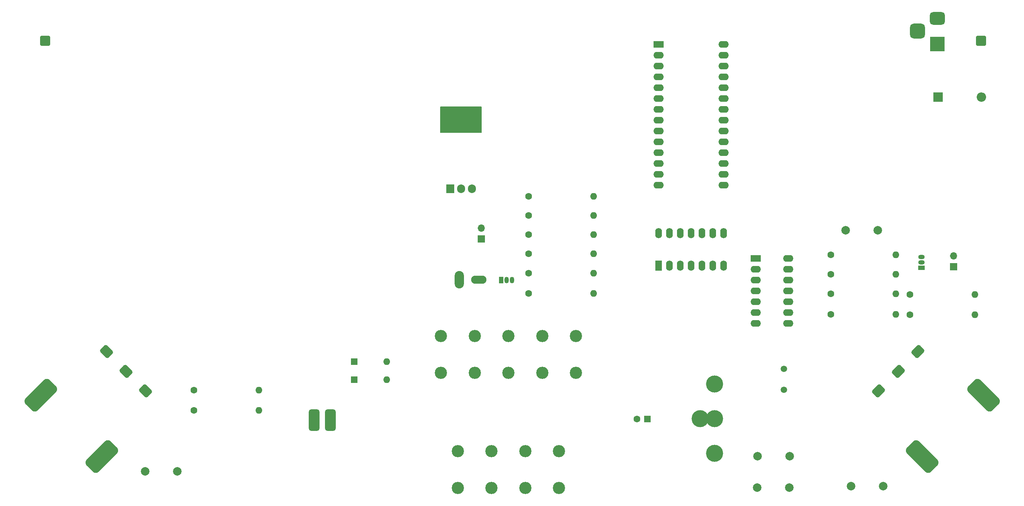
<source format=gbr>
%TF.GenerationSoftware,KiCad,Pcbnew,7.0.10*%
%TF.CreationDate,2024-02-05T13:41:24-05:00*%
%TF.ProjectId,Telstar Alpha,54656c73-7461-4722-9041-6c7068612e6b,0.1*%
%TF.SameCoordinates,Original*%
%TF.FileFunction,Soldermask,Bot*%
%TF.FilePolarity,Negative*%
%FSLAX46Y46*%
G04 Gerber Fmt 4.6, Leading zero omitted, Abs format (unit mm)*
G04 Created by KiCad (PCBNEW 7.0.10) date 2024-02-05 13:41:24*
%MOMM*%
%LPD*%
G01*
G04 APERTURE LIST*
G04 Aperture macros list*
%AMRoundRect*
0 Rectangle with rounded corners*
0 $1 Rounding radius*
0 $2 $3 $4 $5 $6 $7 $8 $9 X,Y pos of 4 corners*
0 Add a 4 corners polygon primitive as box body*
4,1,4,$2,$3,$4,$5,$6,$7,$8,$9,$2,$3,0*
0 Add four circle primitives for the rounded corners*
1,1,$1+$1,$2,$3*
1,1,$1+$1,$4,$5*
1,1,$1+$1,$6,$7*
1,1,$1+$1,$8,$9*
0 Add four rect primitives between the rounded corners*
20,1,$1+$1,$2,$3,$4,$5,0*
20,1,$1+$1,$4,$5,$6,$7,0*
20,1,$1+$1,$6,$7,$8,$9,0*
20,1,$1+$1,$8,$9,$2,$3,0*%
G04 Aperture macros list end*
%ADD10C,0.150000*%
%ADD11RoundRect,0.500000X-0.750000X-2.000000X0.750000X-2.000000X0.750000X2.000000X-0.750000X2.000000X0*%
%ADD12RoundRect,0.562500X-0.176777X-0.972272X0.972272X0.176777X0.176777X0.972272X-0.972272X-0.176777X0*%
%ADD13RoundRect,1.000000X-2.828427X1.414214X1.414214X-2.828427X2.828427X-1.414214X-1.414214X2.828427X0*%
%ADD14RoundRect,0.562500X-0.972272X0.176777X0.176777X-0.972272X0.972272X-0.176777X-0.176777X0.972272X0*%
%ADD15RoundRect,1.000000X1.414214X2.828427X-2.828427X-1.414214X-1.414214X-2.828427X2.828427X1.414214X0*%
%ADD16O,2.154000X4.104000*%
%ADD17O,3.604000X1.904000*%
%ADD18R,2.400000X1.600000*%
%ADD19O,2.400000X1.600000*%
%ADD20C,1.600000*%
%ADD21O,1.600000X1.600000*%
%ADD22RoundRect,0.250001X-0.899999X-0.899999X0.899999X-0.899999X0.899999X0.899999X-0.899999X0.899999X0*%
%ADD23C,2.000000*%
%ADD24R,3.500000X3.500000*%
%ADD25RoundRect,0.750000X-1.000000X0.750000X-1.000000X-0.750000X1.000000X-0.750000X1.000000X0.750000X0*%
%ADD26RoundRect,0.875000X-0.875000X0.875000X-0.875000X-0.875000X0.875000X-0.875000X0.875000X0.875000X0*%
%ADD27C,2.865000*%
%ADD28O,3.500000X3.500000*%
%ADD29R,1.905000X2.000000*%
%ADD30O,1.905000X2.000000*%
%ADD31R,1.600000X2.400000*%
%ADD32O,1.600000X2.400000*%
%ADD33R,2.200000X2.200000*%
%ADD34O,2.200000X2.200000*%
%ADD35R,1.500000X1.050000*%
%ADD36O,1.500000X1.050000*%
%ADD37R,1.600000X1.600000*%
%ADD38R,1.050000X1.500000*%
%ADD39O,1.050000X1.500000*%
%ADD40R,1.700000X1.700000*%
%ADD41O,1.700000X1.700000*%
%ADD42C,4.000000*%
%ADD43C,1.500000*%
G04 APERTURE END LIST*
D10*
X117200000Y-45000000D02*
X126800000Y-45000000D01*
X126800000Y-51000000D01*
X117200000Y-51000000D01*
X117200000Y-45000000D01*
G36*
X117200000Y-45000000D02*
G01*
X126800000Y-45000000D01*
X126800000Y-51000000D01*
X117200000Y-51000000D01*
X117200000Y-45000000D01*
G37*
D11*
%TO.C,SW1*%
X87595000Y-118500000D03*
X91405000Y-118500000D03*
%TD*%
D12*
%TO.C,RV2*%
X219948676Y-111641064D03*
X224544870Y-107044870D03*
X229141064Y-102448676D03*
D13*
X230162834Y-127031243D03*
X244531243Y-112662834D03*
%TD*%
D14*
%TO.C,RV1*%
X38858936Y-102448676D03*
X43455130Y-107044870D03*
X48051324Y-111641064D03*
D15*
X23468757Y-112662834D03*
X37837166Y-127031243D03*
%TD*%
D16*
%TO.C,J5*%
X121650000Y-85544000D03*
D17*
X126150000Y-85544000D03*
%TD*%
D18*
%TO.C,U3*%
X191100000Y-80575000D03*
D19*
X191100000Y-83115000D03*
X191100000Y-85655000D03*
X191100000Y-88195000D03*
X191100000Y-90735000D03*
X191100000Y-93275000D03*
X191100000Y-95815000D03*
X198720000Y-95815000D03*
X198720000Y-93275000D03*
X198720000Y-90735000D03*
X198720000Y-88195000D03*
X198720000Y-85655000D03*
X198720000Y-83115000D03*
X198720000Y-80575000D03*
%TD*%
D20*
%TO.C,R4*%
X208722000Y-93660000D03*
D21*
X223962000Y-93660000D03*
%TD*%
D20*
%TO.C,R3*%
X208722000Y-88834000D03*
D21*
X223962000Y-88834000D03*
%TD*%
D22*
%TO.C,J4*%
X244000000Y-29500000D03*
%TD*%
%TO.C,J3*%
X24500000Y-29500000D03*
%TD*%
D23*
%TO.C,C4*%
X191510000Y-134300000D03*
X199010000Y-134300000D03*
%TD*%
D20*
%TO.C,R7*%
X227260000Y-93750000D03*
D21*
X242500000Y-93750000D03*
%TD*%
D24*
%TO.C,J2*%
X233750000Y-30250000D03*
D25*
X233750000Y-24250000D03*
D26*
X229050000Y-27250000D03*
%TD*%
D20*
%TO.C,R5*%
X59370000Y-111440000D03*
D21*
X74610000Y-111440000D03*
%TD*%
D20*
%TO.C,R10*%
X137880000Y-79500000D03*
D21*
X153120000Y-79500000D03*
%TD*%
D27*
%TO.C,SW2*%
X121250000Y-134390000D03*
X121250000Y-125750000D03*
X129170000Y-134390000D03*
X129170000Y-125750000D03*
X137090000Y-134390000D03*
X137090000Y-125750000D03*
X145010000Y-134390000D03*
X145010000Y-125750000D03*
%TD*%
%TO.C,SW3*%
X117320000Y-107390000D03*
X117320000Y-98750000D03*
X125240000Y-107390000D03*
X125240000Y-98750000D03*
X133160000Y-107390000D03*
X133160000Y-98750000D03*
X141080000Y-107390000D03*
X141080000Y-98750000D03*
X149000000Y-107390000D03*
X149000000Y-98750000D03*
%TD*%
D28*
%TO.C,U1*%
X122000000Y-47570000D03*
D29*
X119460000Y-64230000D03*
D30*
X122000000Y-64230000D03*
X124540000Y-64230000D03*
%TD*%
D31*
%TO.C,U4*%
X168340000Y-82250000D03*
D32*
X170880000Y-82250000D03*
X173420000Y-82250000D03*
X175960000Y-82250000D03*
X178500000Y-82250000D03*
X181040000Y-82250000D03*
X183580000Y-82250000D03*
X183580000Y-74630000D03*
X181040000Y-74630000D03*
X178500000Y-74630000D03*
X175960000Y-74630000D03*
X173420000Y-74630000D03*
X170880000Y-74630000D03*
X168340000Y-74630000D03*
%TD*%
D33*
%TO.C,D1*%
X233920000Y-42750000D03*
D34*
X244080000Y-42750000D03*
%TD*%
D35*
%TO.C,Q1*%
X230000000Y-82750000D03*
D36*
X230000000Y-81480000D03*
X230000000Y-80210000D03*
%TD*%
D37*
%TO.C,D3*%
X96940000Y-104750000D03*
D21*
X104560000Y-104750000D03*
%TD*%
D38*
%TO.C,Q2*%
X131480000Y-85610000D03*
D39*
X132750000Y-85610000D03*
X134020000Y-85610000D03*
%TD*%
D20*
%TO.C,R9*%
X137880000Y-66000000D03*
D21*
X153120000Y-66000000D03*
%TD*%
D40*
%TO.C,J1*%
X126750000Y-76000000D03*
D41*
X126750000Y-73460000D03*
%TD*%
D42*
%TO.C,SW4*%
X181500000Y-110050000D03*
X178100000Y-118150000D03*
X181500000Y-118150000D03*
X181500000Y-126250000D03*
%TD*%
D43*
%TO.C,Y1*%
X197770000Y-111350000D03*
X197770000Y-106450000D03*
%TD*%
D20*
%TO.C,R8*%
X59370000Y-116190000D03*
D21*
X74610000Y-116190000D03*
%TD*%
D40*
%TO.C,LS1*%
X237500000Y-82525000D03*
D41*
X237500000Y-79985000D03*
%TD*%
D20*
%TO.C,R11*%
X137880000Y-75000000D03*
D21*
X153120000Y-75000000D03*
%TD*%
D23*
%TO.C,C1*%
X219750000Y-74000000D03*
X212250000Y-74000000D03*
%TD*%
D20*
%TO.C,R14*%
X137880000Y-88750000D03*
D21*
X153120000Y-88750000D03*
%TD*%
D37*
%TO.C,C2*%
X165750000Y-118250000D03*
D20*
X163250000Y-118250000D03*
%TD*%
D18*
%TO.C,U2*%
X168340000Y-30380000D03*
D19*
X168340000Y-32920000D03*
X168340000Y-35460000D03*
X168340000Y-38000000D03*
X168340000Y-40540000D03*
X168340000Y-43080000D03*
X168340000Y-45620000D03*
X168340000Y-48160000D03*
X168340000Y-50700000D03*
X168340000Y-53240000D03*
X168340000Y-55780000D03*
X168340000Y-58320000D03*
X168340000Y-60860000D03*
X168340000Y-63400000D03*
X183580000Y-63400000D03*
X183580000Y-60860000D03*
X183580000Y-58320000D03*
X183580000Y-55780000D03*
X183580000Y-53240000D03*
X183580000Y-50700000D03*
X183580000Y-48160000D03*
X183580000Y-45620000D03*
X183580000Y-43080000D03*
X183580000Y-40540000D03*
X183580000Y-38000000D03*
X183580000Y-35460000D03*
X183580000Y-32920000D03*
X183580000Y-30380000D03*
%TD*%
D20*
%TO.C,R13*%
X137880000Y-70500000D03*
D21*
X153120000Y-70500000D03*
%TD*%
D23*
%TO.C,C3*%
X191560000Y-127000000D03*
X199060000Y-127000000D03*
%TD*%
D20*
%TO.C,R2*%
X208722000Y-84262000D03*
D21*
X223962000Y-84262000D03*
%TD*%
D23*
%TO.C,C6*%
X221000000Y-134000000D03*
X213500000Y-134000000D03*
%TD*%
D20*
%TO.C,R1*%
X208760000Y-79690000D03*
D21*
X224000000Y-79690000D03*
%TD*%
D20*
%TO.C,R6*%
X227260000Y-89000000D03*
D21*
X242500000Y-89000000D03*
%TD*%
D37*
%TO.C,D2*%
X96940000Y-109000000D03*
D21*
X104560000Y-109000000D03*
%TD*%
D23*
%TO.C,C5*%
X48000000Y-130490000D03*
X55500000Y-130490000D03*
%TD*%
D20*
%TO.C,R12*%
X137880000Y-84000000D03*
D21*
X153120000Y-84000000D03*
%TD*%
M02*

</source>
